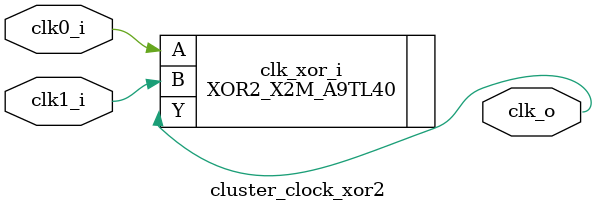
<source format=sv>
module cluster_clock_xor2
(
   input  logic clk0_i,
   input  logic clk1_i,
   output logic clk_o
);

   XOR2_X2M_A9TL40 clk_xor_i 
   (
      .Y(clk_o),
      .A(clk0_i),
      .B(clk1_i) 
   );

endmodule

</source>
